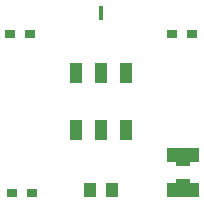
<source format=gbr>
G04 DipTrace 3.2.0.1*
G04 TopPaste.gbr*
%MOIN*%
G04 #@! TF.FileFunction,Paste,Top*
G04 #@! TF.Part,Single*
%ADD47R,0.043307X0.070866*%
%ADD53R,0.051181X0.031496*%
%ADD55R,0.110236X0.051181*%
%ADD61R,0.017717X0.045276*%
%ADD63R,0.023622X0.003937*%
%ADD68R,0.043307X0.051181*%
%ADD70R,0.035433X0.031496*%
%FSLAX26Y26*%
G04*
G70*
G90*
G75*
G01*
G04 TopPaste*
%LPD*%
D70*
X236220Y224016D3*
X303150D3*
D68*
X-37402Y-295276D3*
X37402D3*
D70*
X-303150Y226378D3*
X-236220D3*
X-296690Y-305319D3*
X-229761D3*
D63*
X45276Y268694D3*
Y294285D3*
Y319875D3*
X-45276D3*
Y294285D3*
Y268694D3*
D61*
X0Y294285D3*
D55*
X272354Y-296404D3*
Y-178294D3*
D53*
Y-272782D3*
Y-201916D3*
D47*
X82677Y94488D3*
X0D3*
X-82677D3*
Y-94488D3*
X0D3*
X82677D3*
M02*

</source>
